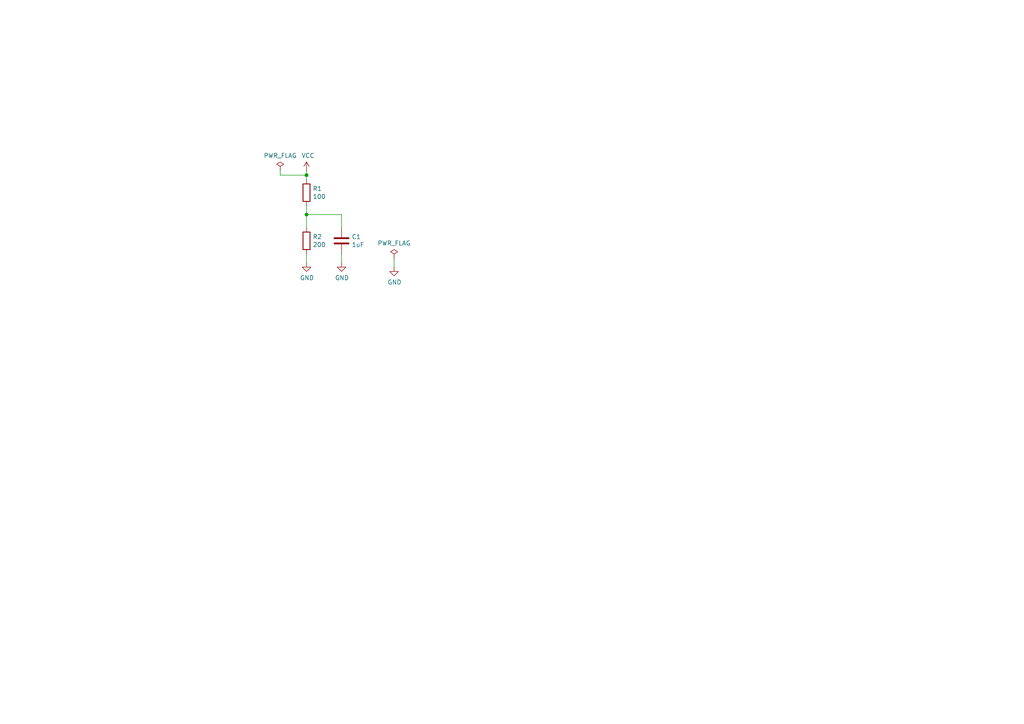
<source format=kicad_sch>
(kicad_sch (version 20231120) (generator "eeschema") (generator_version "8.0")
  (paper "A4")
  (title_block (title "BoM Test") (date "2024-04-08") (rev "r1") (company "INTI-CMNB"))
  (lib_symbols
    (symbol "Device:C" (pin_numbers hide) (pin_names (offset 0.254))
      (property "Reference" "C" (at 0.635 2.54 0))
      (property "Value" "C" (at 0.635 -2.54 0))
      (symbol "C_0_1"
        (polyline (pts (xy -2.032 -0.762) (xy 2.032 -0.762)) (stroke (width 0.508)))
        (polyline (pts (xy -2.032 0.762) (xy 2.032 0.762)) (stroke (width 0.508)))
      )
      (symbol "C_1_1"
        (pin passive line (at 0 3.81 270) (length 2.794) (name "~") (number "1"))
        (pin passive line (at 0 -3.81 90) (length 2.794) (name "~") (number "2"))
      )
    )
    (symbol "Device:R" (pin_numbers hide) (pin_names (offset 0))
      (property "Reference" "R" (at 2.032 0 90))
      (property "Value" "R" (at 0 0 90))
      (symbol "R_0_1"
        (rectangle (start -1.016 -2.54) (end 1.016 2.54) (stroke (width 0.254)))
      )
      (symbol "R_1_1"
        (pin passive line (at 0 3.81 270) (length 1.27) (name "~") (number "1"))
        (pin passive line (at 0 -3.81 90) (length 1.27) (name "~") (number "2"))
      )
    )
    (symbol "power:GND" (power) (pin_names (offset 0))
      (property "Value" "GND" (at 0 -3.81 0))
      (symbol "GND_0_1"
        (polyline (pts (xy 0 0) (xy 0 -1.27) (xy 1.27 -1.27) (xy 0 -2.54) (xy -1.27 -1.27) (xy 0 -1.27)))
      )
      (symbol "GND_1_1"
        (pin power_in line (at 0 0 270) (length 0) hide (name "GND") (number "1"))
      )
    )
    (symbol "power:PWR_FLAG" (power) (pin_numbers hide) (pin_names (offset 0) hide)
      (property "Value" "PWR_FLAG" (at 0 3.81 0))
      (symbol "PWR_FLAG_0_0"
        (pin power_out line (at 0 0 90) (length 0) (name "pwr") (number "1"))
      )
      (symbol "PWR_FLAG_0_1"
        (polyline (pts (xy 0 0) (xy 0 1.27) (xy -1.016 1.905) (xy 0 2.54) (xy 1.016 1.905) (xy 0 1.27)))
      )
    )
    (symbol "power:VCC" (power) (pin_names (offset 0))
      (property "Value" "VCC" (at 0 3.81 0))
      (symbol "VCC_0_1"
        (polyline (pts (xy -0.762 1.27) (xy 0 2.54)))
        (polyline (pts (xy 0 0) (xy 0 2.54)))
        (polyline (pts (xy 0 2.54) (xy 0.762 1.27)))
      )
      (symbol "VCC_1_1"
        (pin power_in line (at 0 0 90) (length 0) hide (name "VCC") (number "1"))
      )
    )
  )
  (junction (at 88.9 62.23))
  (junction (at 88.9 50.8))
  (wire (pts (xy 114.3 74.93) (xy 114.3 77.47)))
  (wire (pts (xy 88.9 59.69) (xy 88.9 62.23)))
  (wire (pts (xy 81.28 49.53) (xy 81.28 50.8)))
  (wire (pts (xy 88.9 52.07) (xy 88.9 50.8)))
  (wire (pts (xy 88.9 62.23) (xy 88.9 66.04)))
  (wire (pts (xy 99.06 62.23) (xy 88.9 62.23)))
  (wire (pts (xy 88.9 76.2) (xy 88.9 73.66)))
  (wire (pts (xy 99.06 76.2) (xy 99.06 73.66)))
  (wire (pts (xy 88.9 50.8) (xy 88.9 49.53)))
  (wire (pts (xy 81.28 50.8) (xy 88.9 50.8)))
  (wire (pts (xy 99.06 66.04) (xy 99.06 62.23)))
  (symbol (lib_id "Device:R") (at 88.9 55.88 0) (unit 1)
    (property "Reference" "R1" (at 90.678 54.7116 0) (effects (justify left)))
    (property "Value" "100" (at 90.678 57.023 0) (effects (justify left)))
    (property "Footprint" "Resistor_SMD:R_0805_2012Metric" (effects (hide yes)))
  )
  (symbol (lib_id "Device:R") (at 88.9 69.85 0) (unit 1)
    (property "Reference" "R2" (at 90.678 68.6816 0) (effects (justify left)))
    (property "Value" "200" (at 90.678 70.993 0) (effects (justify left)))
    (property "Footprint" "Resistor_SMD:R_0805_2012Metric" (effects (hide yes)))
  )
  (symbol (lib_id "Device:C") (at 99.06 69.85 0) (unit 1)
    (property "Reference" "C1" (at 101.981 68.6816 0) (effects (justify left)))
    (property "Value" "1uF" (at 101.981 70.993 0) (effects (justify left)))
    (property "Footprint" "Capacitor_SMD:C_0805_2012Metric" (effects (hide yes)))
  )
  (symbol (lib_id "power:GND") (at 99.06 76.2 0) (unit 1)
    (property "Reference" "#PWR03" (effects (hide yes)))
    (property "Value" "GND" (at 99.187 80.5942 0))
  )
  (symbol (lib_id "power:GND") (at 88.9 76.2 0) (unit 1)
    (property "Reference" "#PWR02" (effects (hide yes)))
    (property "Value" "GND" (at 89.027 80.5942 0))
  )
  (symbol (lib_id "power:VCC") (at 88.9 49.53 0) (unit 1)
    (property "Reference" "#PWR01" (effects (hide yes)))
    (property "Value" "VCC" (at 89.3318 45.1358 0))
  )
  (symbol (lib_id "power:GND") (at 114.3 77.47 0) (unit 1)
    (property "Reference" "#PWR0101" (effects (hide yes)))
    (property "Value" "GND" (at 114.427 81.8642 0))
  )
  (symbol (lib_id "power:PWR_FLAG") (at 114.3 74.93 0) (unit 1)
    (property "Reference" "#FLG0101" (effects (hide yes)))
    (property "Value" "PWR_FLAG" (at 114.3 70.5358 0))
  )
  (symbol (lib_id "power:PWR_FLAG") (at 81.28 49.53 0) (unit 1)
    (property "Reference" "#FLG0102" (effects (hide yes)))
    (property "Value" "PWR_FLAG" (at 81.28 45.1358 0))
  )
)
</source>
